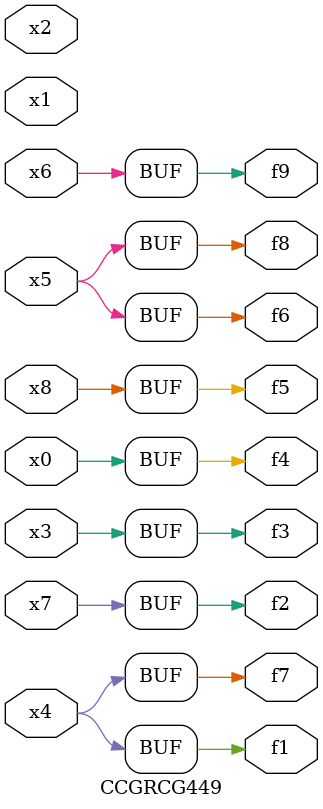
<source format=v>
module CCGRCG449(
	input x0, x1, x2, x3, x4, x5, x6, x7, x8,
	output f1, f2, f3, f4, f5, f6, f7, f8, f9
);
	assign f1 = x4;
	assign f2 = x7;
	assign f3 = x3;
	assign f4 = x0;
	assign f5 = x8;
	assign f6 = x5;
	assign f7 = x4;
	assign f8 = x5;
	assign f9 = x6;
endmodule

</source>
